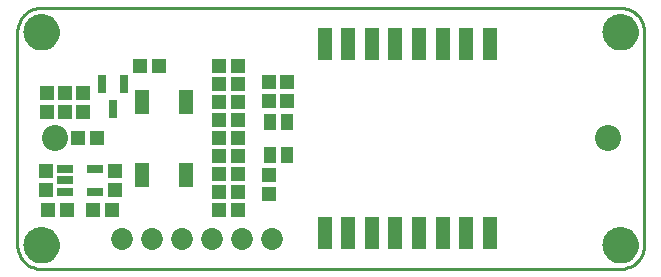
<source format=gbr>
G04 EAGLE Gerber RS-274X export*
G75*
%MOMM*%
%FSLAX34Y34*%
%LPD*%
%INSoldermask Top*%
%IPPOS*%
%AMOC8*
5,1,8,0,0,1.08239X$1,22.5*%
G01*
%ADD10C,2.997200*%
%ADD11C,2.203200*%
%ADD12R,1.153200X1.203200*%
%ADD13R,1.203200X1.153200*%
%ADD14C,1.853200*%
%ADD15R,1.403200X0.803200*%
%ADD16R,1.103200X1.403200*%
%ADD17R,1.303200X2.803200*%
%ADD18R,0.803200X1.503200*%
%ADD19R,1.303200X2.003200*%
%ADD20C,0.254000*%


D10*
X20320Y200660D03*
X20320Y20320D03*
X510540Y20320D03*
X510540Y200660D03*
D11*
X31750Y110490D03*
X499750Y110490D03*
D12*
X171070Y125730D03*
X187070Y125730D03*
X67690Y110490D03*
X51690Y110490D03*
D13*
X55880Y132970D03*
X55880Y148970D03*
D12*
X26290Y49530D03*
X42290Y49530D03*
X80390Y49530D03*
X64390Y49530D03*
D13*
X82550Y66930D03*
X82550Y82930D03*
D14*
X215900Y24892D03*
X190500Y24892D03*
X165100Y24892D03*
X139700Y24892D03*
X114300Y24892D03*
X88900Y24892D03*
D13*
X25400Y148970D03*
X25400Y132970D03*
D15*
X40840Y84430D03*
X40840Y74930D03*
X40840Y65430D03*
X65840Y65430D03*
X65840Y84430D03*
D16*
X213730Y96490D03*
X213730Y124490D03*
X228230Y124490D03*
X228230Y96490D03*
D17*
X400200Y190490D03*
X380200Y190490D03*
X360200Y190490D03*
X340200Y190490D03*
X320200Y190490D03*
X300200Y190490D03*
X280200Y190490D03*
X260200Y190490D03*
X260200Y30490D03*
X280200Y30490D03*
X300200Y30490D03*
X320200Y30490D03*
X340200Y30490D03*
X360200Y30490D03*
X380200Y30490D03*
X400200Y30490D03*
D18*
X90780Y156550D03*
X71780Y156550D03*
X81280Y135550D03*
D12*
X171070Y140970D03*
X187070Y140970D03*
X187070Y95250D03*
X171070Y95250D03*
X187070Y110490D03*
X171070Y110490D03*
X119760Y171450D03*
X103760Y171450D03*
D13*
X40640Y132970D03*
X40640Y148970D03*
X24130Y82930D03*
X24130Y66930D03*
D12*
X171070Y156210D03*
X187070Y156210D03*
X171070Y171450D03*
X187070Y171450D03*
D13*
X213360Y79120D03*
X213360Y63120D03*
X228600Y141860D03*
X228600Y157860D03*
X213360Y141860D03*
X213360Y157860D03*
D12*
X187070Y49530D03*
X171070Y49530D03*
X187070Y64770D03*
X171070Y64770D03*
X171070Y80010D03*
X187070Y80010D03*
D19*
X105960Y79490D03*
X105960Y141490D03*
X142960Y79490D03*
X142960Y141490D03*
D20*
X0Y20320D02*
X77Y18549D01*
X309Y16791D01*
X692Y15061D01*
X1225Y13370D01*
X1904Y11732D01*
X2722Y10160D01*
X3675Y8665D01*
X4754Y7259D01*
X5952Y5952D01*
X7259Y4754D01*
X8665Y3675D01*
X10160Y2722D01*
X11732Y1904D01*
X13370Y1225D01*
X15061Y692D01*
X16791Y309D01*
X18549Y77D01*
X20320Y0D01*
X510540Y0D01*
X512311Y77D01*
X514069Y309D01*
X515799Y692D01*
X517490Y1225D01*
X519128Y1904D01*
X520700Y2722D01*
X522195Y3675D01*
X523601Y4754D01*
X524908Y5952D01*
X526106Y7259D01*
X527185Y8665D01*
X528138Y10160D01*
X528956Y11732D01*
X529635Y13370D01*
X530168Y15061D01*
X530551Y16791D01*
X530783Y18549D01*
X530860Y20320D01*
X530860Y200660D01*
X530783Y202431D01*
X530551Y204189D01*
X530168Y205919D01*
X529635Y207610D01*
X528956Y209248D01*
X528138Y210820D01*
X527185Y212315D01*
X526106Y213721D01*
X524908Y215028D01*
X523601Y216226D01*
X522195Y217305D01*
X520700Y218258D01*
X519128Y219076D01*
X517490Y219755D01*
X515799Y220288D01*
X514069Y220671D01*
X512311Y220903D01*
X510540Y220980D01*
X20320Y220980D01*
X18549Y220903D01*
X16791Y220671D01*
X15061Y220288D01*
X13370Y219755D01*
X11732Y219076D01*
X10160Y218258D01*
X8665Y217305D01*
X7259Y216226D01*
X5952Y215028D01*
X4754Y213721D01*
X3675Y212315D01*
X2722Y210820D01*
X1904Y209248D01*
X1225Y207610D01*
X692Y205919D01*
X309Y204189D01*
X77Y202431D01*
X0Y200660D01*
X0Y20320D01*
X34290Y200161D02*
X34219Y199166D01*
X34077Y198178D01*
X33865Y197203D01*
X33584Y196245D01*
X33235Y195311D01*
X32820Y194403D01*
X32342Y193527D01*
X31803Y192688D01*
X31205Y191889D01*
X30551Y191135D01*
X29845Y190429D01*
X29091Y189775D01*
X28293Y189177D01*
X27453Y188638D01*
X26577Y188160D01*
X25670Y187745D01*
X24735Y187396D01*
X23777Y187115D01*
X22802Y186903D01*
X21814Y186761D01*
X20819Y186690D01*
X19821Y186690D01*
X18826Y186761D01*
X17838Y186903D01*
X16863Y187115D01*
X15905Y187396D01*
X14971Y187745D01*
X14063Y188160D01*
X13187Y188638D01*
X12348Y189177D01*
X11549Y189775D01*
X10795Y190429D01*
X10089Y191135D01*
X9435Y191889D01*
X8837Y192688D01*
X8298Y193527D01*
X7820Y194403D01*
X7405Y195311D01*
X7056Y196245D01*
X6775Y197203D01*
X6563Y198178D01*
X6421Y199166D01*
X6350Y200161D01*
X6350Y201159D01*
X6421Y202154D01*
X6563Y203142D01*
X6775Y204117D01*
X7056Y205075D01*
X7405Y206010D01*
X7820Y206917D01*
X8298Y207793D01*
X8837Y208633D01*
X9435Y209431D01*
X10089Y210185D01*
X10795Y210891D01*
X11549Y211545D01*
X12348Y212143D01*
X13187Y212682D01*
X14063Y213160D01*
X14971Y213575D01*
X15905Y213924D01*
X16863Y214205D01*
X17838Y214417D01*
X18826Y214559D01*
X19821Y214630D01*
X20819Y214630D01*
X21814Y214559D01*
X22802Y214417D01*
X23777Y214205D01*
X24735Y213924D01*
X25670Y213575D01*
X26577Y213160D01*
X27453Y212682D01*
X28293Y212143D01*
X29091Y211545D01*
X29845Y210891D01*
X30551Y210185D01*
X31205Y209431D01*
X31803Y208633D01*
X32342Y207793D01*
X32820Y206917D01*
X33235Y206010D01*
X33584Y205075D01*
X33865Y204117D01*
X34077Y203142D01*
X34219Y202154D01*
X34290Y201159D01*
X34290Y200161D01*
X34290Y19821D02*
X34219Y18826D01*
X34077Y17838D01*
X33865Y16863D01*
X33584Y15905D01*
X33235Y14971D01*
X32820Y14063D01*
X32342Y13187D01*
X31803Y12348D01*
X31205Y11549D01*
X30551Y10795D01*
X29845Y10089D01*
X29091Y9435D01*
X28293Y8837D01*
X27453Y8298D01*
X26577Y7820D01*
X25670Y7405D01*
X24735Y7056D01*
X23777Y6775D01*
X22802Y6563D01*
X21814Y6421D01*
X20819Y6350D01*
X19821Y6350D01*
X18826Y6421D01*
X17838Y6563D01*
X16863Y6775D01*
X15905Y7056D01*
X14971Y7405D01*
X14063Y7820D01*
X13187Y8298D01*
X12348Y8837D01*
X11549Y9435D01*
X10795Y10089D01*
X10089Y10795D01*
X9435Y11549D01*
X8837Y12348D01*
X8298Y13187D01*
X7820Y14063D01*
X7405Y14971D01*
X7056Y15905D01*
X6775Y16863D01*
X6563Y17838D01*
X6421Y18826D01*
X6350Y19821D01*
X6350Y20819D01*
X6421Y21814D01*
X6563Y22802D01*
X6775Y23777D01*
X7056Y24735D01*
X7405Y25670D01*
X7820Y26577D01*
X8298Y27453D01*
X8837Y28293D01*
X9435Y29091D01*
X10089Y29845D01*
X10795Y30551D01*
X11549Y31205D01*
X12348Y31803D01*
X13187Y32342D01*
X14063Y32820D01*
X14971Y33235D01*
X15905Y33584D01*
X16863Y33865D01*
X17838Y34077D01*
X18826Y34219D01*
X19821Y34290D01*
X20819Y34290D01*
X21814Y34219D01*
X22802Y34077D01*
X23777Y33865D01*
X24735Y33584D01*
X25670Y33235D01*
X26577Y32820D01*
X27453Y32342D01*
X28293Y31803D01*
X29091Y31205D01*
X29845Y30551D01*
X30551Y29845D01*
X31205Y29091D01*
X31803Y28293D01*
X32342Y27453D01*
X32820Y26577D01*
X33235Y25670D01*
X33584Y24735D01*
X33865Y23777D01*
X34077Y22802D01*
X34219Y21814D01*
X34290Y20819D01*
X34290Y19821D01*
X524510Y19821D02*
X524439Y18826D01*
X524297Y17838D01*
X524085Y16863D01*
X523804Y15905D01*
X523455Y14971D01*
X523040Y14063D01*
X522562Y13187D01*
X522023Y12348D01*
X521425Y11549D01*
X520771Y10795D01*
X520065Y10089D01*
X519311Y9435D01*
X518513Y8837D01*
X517673Y8298D01*
X516797Y7820D01*
X515890Y7405D01*
X514955Y7056D01*
X513997Y6775D01*
X513022Y6563D01*
X512034Y6421D01*
X511039Y6350D01*
X510041Y6350D01*
X509046Y6421D01*
X508058Y6563D01*
X507083Y6775D01*
X506125Y7056D01*
X505191Y7405D01*
X504283Y7820D01*
X503407Y8298D01*
X502568Y8837D01*
X501769Y9435D01*
X501015Y10089D01*
X500309Y10795D01*
X499655Y11549D01*
X499057Y12348D01*
X498518Y13187D01*
X498040Y14063D01*
X497625Y14971D01*
X497276Y15905D01*
X496995Y16863D01*
X496783Y17838D01*
X496641Y18826D01*
X496570Y19821D01*
X496570Y20819D01*
X496641Y21814D01*
X496783Y22802D01*
X496995Y23777D01*
X497276Y24735D01*
X497625Y25670D01*
X498040Y26577D01*
X498518Y27453D01*
X499057Y28293D01*
X499655Y29091D01*
X500309Y29845D01*
X501015Y30551D01*
X501769Y31205D01*
X502568Y31803D01*
X503407Y32342D01*
X504283Y32820D01*
X505191Y33235D01*
X506125Y33584D01*
X507083Y33865D01*
X508058Y34077D01*
X509046Y34219D01*
X510041Y34290D01*
X511039Y34290D01*
X512034Y34219D01*
X513022Y34077D01*
X513997Y33865D01*
X514955Y33584D01*
X515890Y33235D01*
X516797Y32820D01*
X517673Y32342D01*
X518513Y31803D01*
X519311Y31205D01*
X520065Y30551D01*
X520771Y29845D01*
X521425Y29091D01*
X522023Y28293D01*
X522562Y27453D01*
X523040Y26577D01*
X523455Y25670D01*
X523804Y24735D01*
X524085Y23777D01*
X524297Y22802D01*
X524439Y21814D01*
X524510Y20819D01*
X524510Y19821D01*
X524510Y200161D02*
X524439Y199166D01*
X524297Y198178D01*
X524085Y197203D01*
X523804Y196245D01*
X523455Y195311D01*
X523040Y194403D01*
X522562Y193527D01*
X522023Y192688D01*
X521425Y191889D01*
X520771Y191135D01*
X520065Y190429D01*
X519311Y189775D01*
X518513Y189177D01*
X517673Y188638D01*
X516797Y188160D01*
X515890Y187745D01*
X514955Y187396D01*
X513997Y187115D01*
X513022Y186903D01*
X512034Y186761D01*
X511039Y186690D01*
X510041Y186690D01*
X509046Y186761D01*
X508058Y186903D01*
X507083Y187115D01*
X506125Y187396D01*
X505191Y187745D01*
X504283Y188160D01*
X503407Y188638D01*
X502568Y189177D01*
X501769Y189775D01*
X501015Y190429D01*
X500309Y191135D01*
X499655Y191889D01*
X499057Y192688D01*
X498518Y193527D01*
X498040Y194403D01*
X497625Y195311D01*
X497276Y196245D01*
X496995Y197203D01*
X496783Y198178D01*
X496641Y199166D01*
X496570Y200161D01*
X496570Y201159D01*
X496641Y202154D01*
X496783Y203142D01*
X496995Y204117D01*
X497276Y205075D01*
X497625Y206010D01*
X498040Y206917D01*
X498518Y207793D01*
X499057Y208633D01*
X499655Y209431D01*
X500309Y210185D01*
X501015Y210891D01*
X501769Y211545D01*
X502568Y212143D01*
X503407Y212682D01*
X504283Y213160D01*
X505191Y213575D01*
X506125Y213924D01*
X507083Y214205D01*
X508058Y214417D01*
X509046Y214559D01*
X510041Y214630D01*
X511039Y214630D01*
X512034Y214559D01*
X513022Y214417D01*
X513997Y214205D01*
X514955Y213924D01*
X515890Y213575D01*
X516797Y213160D01*
X517673Y212682D01*
X518513Y212143D01*
X519311Y211545D01*
X520065Y210891D01*
X520771Y210185D01*
X521425Y209431D01*
X522023Y208633D01*
X522562Y207793D01*
X523040Y206917D01*
X523455Y206010D01*
X523804Y205075D01*
X524085Y204117D01*
X524297Y203142D01*
X524439Y202154D01*
X524510Y201159D01*
X524510Y200161D01*
M02*

</source>
